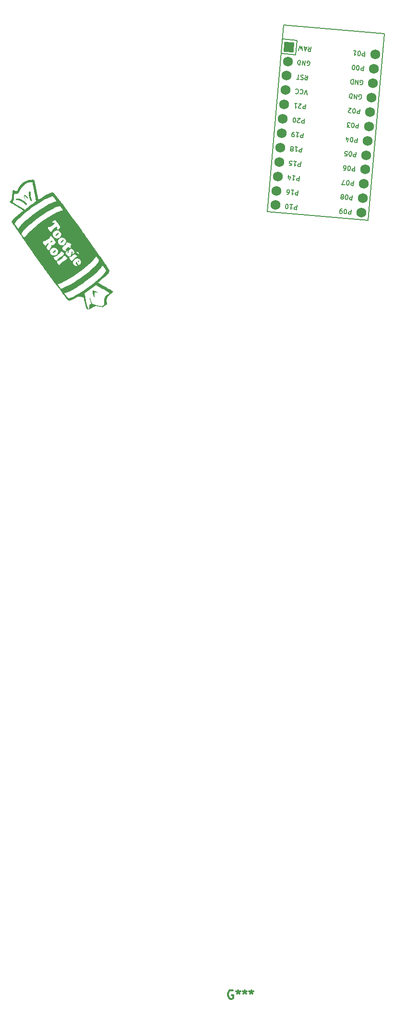
<source format=gbr>
%TF.GenerationSoftware,KiCad,Pcbnew,(6.0.4)*%
%TF.CreationDate,2022-04-14T15:36:21+01:00*%
%TF.ProjectId,axo,61786f2e-6b69-4636-9164-5f7063625858,VERSION_HERE*%
%TF.SameCoordinates,Original*%
%TF.FileFunction,Legend,Top*%
%TF.FilePolarity,Positive*%
%FSLAX46Y46*%
G04 Gerber Fmt 4.6, Leading zero omitted, Abs format (unit mm)*
G04 Created by KiCad (PCBNEW (6.0.4)) date 2022-04-14 15:36:21*
%MOMM*%
%LPD*%
G01*
G04 APERTURE LIST*
G04 Aperture macros list*
%AMRotRect*
0 Rectangle, with rotation*
0 The origin of the aperture is its center*
0 $1 length*
0 $2 width*
0 $3 Rotation angle, in degrees counterclockwise*
0 Add horizontal line*
21,1,$1,$2,0,0,$3*%
G04 Aperture macros list end*
%ADD10C,0.300000*%
%ADD11C,0.150000*%
%ADD12RotRect,1.752600X1.752600X265.000000*%
%ADD13C,1.752600*%
G04 APERTURE END LIST*
D10*
%TO.C,G\u002A\u002A\u002A*%
X229797428Y-274828000D02*
X229652285Y-274755428D01*
X229434571Y-274755428D01*
X229216857Y-274828000D01*
X229071714Y-274973142D01*
X228999142Y-275118285D01*
X228926571Y-275408571D01*
X228926571Y-275626285D01*
X228999142Y-275916571D01*
X229071714Y-276061714D01*
X229216857Y-276206857D01*
X229434571Y-276279428D01*
X229579714Y-276279428D01*
X229797428Y-276206857D01*
X229870000Y-276134285D01*
X229870000Y-275626285D01*
X229579714Y-275626285D01*
X230740857Y-274755428D02*
X230740857Y-275118285D01*
X230378000Y-274973142D02*
X230740857Y-275118285D01*
X231103714Y-274973142D01*
X230523142Y-275408571D02*
X230740857Y-275118285D01*
X230958571Y-275408571D01*
X231902000Y-274755428D02*
X231902000Y-275118285D01*
X231539142Y-274973142D02*
X231902000Y-275118285D01*
X232264857Y-274973142D01*
X231684285Y-275408571D02*
X231902000Y-275118285D01*
X232119714Y-275408571D01*
X233063142Y-274755428D02*
X233063142Y-275118285D01*
X232700285Y-274973142D02*
X233063142Y-275118285D01*
X233426000Y-274973142D01*
X232845428Y-275408571D02*
X233063142Y-275118285D01*
X233280857Y-275408571D01*
D11*
%TO.C,C1*%
X241761949Y-128953120D02*
X241692224Y-129750076D01*
X241388622Y-129723514D01*
X241316041Y-129678924D01*
X241281411Y-129637653D01*
X241250102Y-129558433D01*
X241260062Y-129444582D01*
X241304653Y-129372001D01*
X241345923Y-129337371D01*
X241425144Y-129306061D01*
X241728746Y-129332623D01*
X240547540Y-128846873D02*
X241002943Y-128886716D01*
X240775241Y-128866795D02*
X240705517Y-129663751D01*
X240791378Y-129556540D01*
X240873919Y-129487280D01*
X240953140Y-129455970D01*
X239756760Y-129580745D02*
X240136263Y-129613947D01*
X240207415Y-129237765D01*
X240166145Y-129272395D01*
X240086924Y-129303705D01*
X239897173Y-129287104D01*
X239824592Y-129242513D01*
X239789962Y-129201242D01*
X239758652Y-129122022D01*
X239775253Y-128932270D01*
X239819844Y-128859690D01*
X239861115Y-128825060D01*
X239940335Y-128793750D01*
X240130087Y-128810351D01*
X240202667Y-128854942D01*
X240237297Y-128896212D01*
X251546794Y-127259480D02*
X251477069Y-128056436D01*
X251173467Y-128029874D01*
X251100886Y-127985284D01*
X251066256Y-127944013D01*
X251034947Y-127864793D01*
X251044907Y-127750942D01*
X251089498Y-127678361D01*
X251130768Y-127643731D01*
X251209989Y-127612421D01*
X251513591Y-127638983D01*
X250528312Y-127973431D02*
X250452412Y-127966790D01*
X250379831Y-127922200D01*
X250345201Y-127880929D01*
X250313891Y-127801708D01*
X250289222Y-127646587D01*
X250305823Y-127456836D01*
X250357054Y-127308355D01*
X250401645Y-127235774D01*
X250442915Y-127201144D01*
X250522136Y-127169835D01*
X250598037Y-127176475D01*
X250670617Y-127221066D01*
X250705247Y-127262336D01*
X250736557Y-127341557D01*
X250761226Y-127496678D01*
X250744625Y-127686430D01*
X250693394Y-127834911D01*
X250648803Y-127907491D01*
X250607533Y-127942121D01*
X250528312Y-127973431D01*
X249541605Y-127887105D02*
X249921108Y-127920307D01*
X249992260Y-127544125D01*
X249950990Y-127578755D01*
X249871769Y-127610065D01*
X249682018Y-127593464D01*
X249609437Y-127548873D01*
X249574807Y-127507602D01*
X249543497Y-127428382D01*
X249560098Y-127238630D01*
X249604689Y-127166050D01*
X249645960Y-127131420D01*
X249725180Y-127100110D01*
X249914932Y-127116711D01*
X249987512Y-127161302D01*
X250022142Y-127202572D01*
X252226740Y-115335272D02*
X252299320Y-115379863D01*
X252413171Y-115389823D01*
X252530342Y-115361834D01*
X252612883Y-115292574D01*
X252657473Y-115219993D01*
X252708705Y-115071512D01*
X252718665Y-114957661D01*
X252693996Y-114802540D01*
X252662686Y-114723319D01*
X252593426Y-114640778D01*
X252482895Y-114592867D01*
X252406995Y-114586227D01*
X252289824Y-114614217D01*
X252248553Y-114648847D01*
X252225312Y-114914499D01*
X252377113Y-114927780D01*
X251913641Y-114543064D02*
X251843917Y-115340020D01*
X251458238Y-114503222D01*
X251388513Y-115300177D01*
X251078735Y-114470019D02*
X251009011Y-115266975D01*
X250819259Y-115250374D01*
X250708729Y-115202463D01*
X250639469Y-115119922D01*
X250608159Y-115040701D01*
X250583489Y-114885580D01*
X250593450Y-114771729D01*
X250644681Y-114623248D01*
X250689272Y-114550668D01*
X250771813Y-114481408D01*
X250888984Y-114453418D01*
X251078735Y-114470019D01*
X243115501Y-108673922D02*
X243347950Y-109076666D01*
X243570904Y-108713765D02*
X243501179Y-109510720D01*
X243197577Y-109484159D01*
X243124997Y-109439568D01*
X243090367Y-109398297D01*
X243059057Y-109319077D01*
X243069017Y-109205226D01*
X243113608Y-109132646D01*
X243154879Y-109098016D01*
X243234099Y-109066706D01*
X243537702Y-109093267D01*
X242791977Y-108875062D02*
X242412474Y-108841860D01*
X242887799Y-108654001D02*
X242552422Y-109427715D01*
X242356495Y-108607518D01*
X242097019Y-109387872D02*
X241976992Y-108574316D01*
X241775388Y-109130289D01*
X241673390Y-108547754D01*
X241413914Y-109328108D01*
X241983325Y-126422785D02*
X241913600Y-127219741D01*
X241609998Y-127193179D01*
X241537417Y-127148589D01*
X241502787Y-127107318D01*
X241471478Y-127028098D01*
X241481438Y-126914247D01*
X241526029Y-126841666D01*
X241567299Y-126807036D01*
X241646520Y-126775726D01*
X241950122Y-126802288D01*
X240768916Y-126316538D02*
X241224319Y-126356381D01*
X240996617Y-126336460D02*
X240926893Y-127133416D01*
X241012754Y-127026205D01*
X241095295Y-126956945D01*
X241174516Y-126925635D01*
X240273670Y-126732099D02*
X240346250Y-126776690D01*
X240380880Y-126817960D01*
X240412190Y-126897181D01*
X240408870Y-126935131D01*
X240364279Y-127007712D01*
X240323009Y-127042342D01*
X240243788Y-127073652D01*
X240091987Y-127060371D01*
X240019406Y-127015780D01*
X239984776Y-126974510D01*
X239953467Y-126895289D01*
X239956787Y-126857338D01*
X240001378Y-126784758D01*
X240042648Y-126750128D01*
X240121869Y-126718818D01*
X240273670Y-126732099D01*
X240352891Y-126700789D01*
X240394161Y-126666159D01*
X240438752Y-126593579D01*
X240452033Y-126441778D01*
X240420723Y-126362557D01*
X240386093Y-126321287D01*
X240313513Y-126276696D01*
X240161711Y-126263415D01*
X240082491Y-126294725D01*
X240041220Y-126329355D01*
X239996629Y-126401935D01*
X239983349Y-126553736D01*
X240014658Y-126632957D01*
X240049288Y-126674228D01*
X240121869Y-126718818D01*
X242884647Y-111968242D02*
X242957227Y-112012833D01*
X243071078Y-112022793D01*
X243188249Y-111994804D01*
X243270790Y-111925544D01*
X243315380Y-111852963D01*
X243366612Y-111704482D01*
X243376572Y-111590631D01*
X243351903Y-111435510D01*
X243320593Y-111356289D01*
X243251333Y-111273748D01*
X243140802Y-111225837D01*
X243064902Y-111219197D01*
X242947731Y-111247187D01*
X242906460Y-111281817D01*
X242883219Y-111547469D01*
X243035020Y-111560750D01*
X242571548Y-111176034D02*
X242501824Y-111972990D01*
X242116145Y-111136192D01*
X242046420Y-111933147D01*
X241736642Y-111102989D02*
X241666918Y-111899945D01*
X241477166Y-111883344D01*
X241366636Y-111835433D01*
X241297376Y-111752892D01*
X241266066Y-111673671D01*
X241241396Y-111518550D01*
X241251357Y-111404699D01*
X241302588Y-111256218D01*
X241347179Y-111183638D01*
X241429720Y-111114378D01*
X241546891Y-111086388D01*
X241736642Y-111102989D01*
X252005365Y-117865606D02*
X252077945Y-117910197D01*
X252191796Y-117920157D01*
X252308967Y-117892168D01*
X252391508Y-117822908D01*
X252436098Y-117750327D01*
X252487330Y-117601846D01*
X252497290Y-117487995D01*
X252472621Y-117332874D01*
X252441311Y-117253653D01*
X252372051Y-117171112D01*
X252261520Y-117123201D01*
X252185620Y-117116561D01*
X252068449Y-117144551D01*
X252027178Y-117179181D01*
X252003937Y-117444833D01*
X252155738Y-117458114D01*
X251692266Y-117073398D02*
X251622542Y-117870354D01*
X251236863Y-117033556D01*
X251167138Y-117830511D01*
X250857360Y-117000353D02*
X250787636Y-117797309D01*
X250597884Y-117780708D01*
X250487354Y-117732797D01*
X250418094Y-117650256D01*
X250386784Y-117571035D01*
X250362114Y-117415914D01*
X250372075Y-117302063D01*
X250423306Y-117153582D01*
X250467897Y-117081002D01*
X250550438Y-117011742D01*
X250667609Y-116983752D01*
X250857360Y-117000353D01*
X252210921Y-119668477D02*
X252141196Y-120465433D01*
X251837594Y-120438871D01*
X251765013Y-120394281D01*
X251730383Y-120353010D01*
X251699074Y-120273790D01*
X251709034Y-120159939D01*
X251753625Y-120087358D01*
X251794895Y-120052728D01*
X251874116Y-120021418D01*
X252177718Y-120047980D01*
X251192439Y-120382428D02*
X251116539Y-120375787D01*
X251043958Y-120331197D01*
X251009328Y-120289926D01*
X250978018Y-120210705D01*
X250953349Y-120055584D01*
X250969950Y-119865833D01*
X251021181Y-119717352D01*
X251065772Y-119644771D01*
X251107042Y-119610141D01*
X251186263Y-119578832D01*
X251262164Y-119585472D01*
X251334744Y-119630063D01*
X251369374Y-119671333D01*
X251400684Y-119750554D01*
X251425353Y-119905675D01*
X251408752Y-120095427D01*
X251357521Y-120243908D01*
X251312930Y-120316488D01*
X251271660Y-120351118D01*
X251192439Y-120382428D01*
X250629825Y-120256724D02*
X250588555Y-120291354D01*
X250509334Y-120322664D01*
X250319583Y-120306063D01*
X250247002Y-120261472D01*
X250212372Y-120220202D01*
X250181063Y-120140981D01*
X250187703Y-120065080D01*
X250235614Y-119954550D01*
X250730860Y-119538989D01*
X250237506Y-119495826D01*
X241097823Y-136544123D02*
X241028098Y-137341079D01*
X240724496Y-137314517D01*
X240651915Y-137269927D01*
X240617285Y-137228656D01*
X240585976Y-137149436D01*
X240595936Y-137035585D01*
X240640527Y-136963004D01*
X240681797Y-136928374D01*
X240761018Y-136897064D01*
X241064620Y-136923626D01*
X239883414Y-136437876D02*
X240338817Y-136477719D01*
X240111115Y-136457798D02*
X240041391Y-137254754D01*
X240127252Y-137147543D01*
X240209793Y-137078283D01*
X240289014Y-137046973D01*
X239320336Y-137191669D02*
X239244435Y-137185029D01*
X239171855Y-137140438D01*
X239137225Y-137099168D01*
X239105915Y-137019947D01*
X239081245Y-136864826D01*
X239097847Y-136675074D01*
X239149078Y-136526593D01*
X239193668Y-136454013D01*
X239234939Y-136419383D01*
X239314160Y-136388073D01*
X239390060Y-136394714D01*
X239462641Y-136439304D01*
X239497271Y-136480575D01*
X239528580Y-136559796D01*
X239553250Y-136714917D01*
X239536649Y-136904668D01*
X239485418Y-137053149D01*
X239440827Y-137125729D01*
X239399556Y-137160360D01*
X239320336Y-137191669D01*
X253096423Y-109547139D02*
X253026698Y-110344095D01*
X252723096Y-110317533D01*
X252650515Y-110272943D01*
X252615885Y-110231672D01*
X252584576Y-110152452D01*
X252594536Y-110038601D01*
X252639127Y-109966020D01*
X252680397Y-109931390D01*
X252759618Y-109900080D01*
X253063220Y-109926642D01*
X252077941Y-110261090D02*
X252002041Y-110254449D01*
X251929460Y-110209859D01*
X251894830Y-110168588D01*
X251863520Y-110089367D01*
X251838851Y-109934246D01*
X251855452Y-109744495D01*
X251906683Y-109596014D01*
X251951274Y-109523433D01*
X251992544Y-109488803D01*
X252071765Y-109457494D01*
X252147666Y-109464134D01*
X252220246Y-109508725D01*
X252254876Y-109549995D01*
X252286186Y-109629216D01*
X252310855Y-109784337D01*
X252294254Y-109974089D01*
X252243023Y-110122570D01*
X252198432Y-110195150D01*
X252157162Y-110229780D01*
X252077941Y-110261090D01*
X251123008Y-109374488D02*
X251578412Y-109414331D01*
X251350710Y-109394409D02*
X251280985Y-110191365D01*
X251366847Y-110084155D01*
X251449388Y-110014895D01*
X251528608Y-109983585D01*
X242558899Y-113724630D02*
X242791348Y-114127375D01*
X243014302Y-113764473D02*
X242944577Y-114561429D01*
X242640975Y-114534867D01*
X242568395Y-114490276D01*
X242533765Y-114449006D01*
X242502455Y-114369785D01*
X242512416Y-114255934D01*
X242557006Y-114183354D01*
X242598277Y-114148724D01*
X242677498Y-114117414D01*
X242981100Y-114143976D01*
X242251976Y-113736019D02*
X242141446Y-113688108D01*
X241951694Y-113671507D01*
X241872474Y-113702817D01*
X241831203Y-113737447D01*
X241786612Y-113810027D01*
X241779972Y-113885928D01*
X241811282Y-113965148D01*
X241845912Y-114006419D01*
X241918492Y-114051010D01*
X242066973Y-114102241D01*
X242139553Y-114146832D01*
X242174183Y-114188102D01*
X242205493Y-114267323D01*
X242198853Y-114343223D01*
X242154262Y-114415804D01*
X242112992Y-114450434D01*
X242033771Y-114481744D01*
X241844019Y-114465142D01*
X241733489Y-114417232D01*
X241502467Y-114435260D02*
X241047064Y-114395418D01*
X241344490Y-113618383D02*
X241274765Y-114415339D01*
X250661292Y-137380818D02*
X250591567Y-138177774D01*
X250287965Y-138151212D01*
X250215384Y-138106622D01*
X250180754Y-138065351D01*
X250149445Y-137986131D01*
X250159405Y-137872280D01*
X250203996Y-137799699D01*
X250245266Y-137765069D01*
X250324487Y-137733759D01*
X250628089Y-137760321D01*
X249642810Y-138094769D02*
X249566910Y-138088128D01*
X249494329Y-138043538D01*
X249459699Y-138002267D01*
X249428389Y-137923046D01*
X249403720Y-137767925D01*
X249420321Y-137578174D01*
X249471552Y-137429693D01*
X249516143Y-137357112D01*
X249557413Y-137322482D01*
X249636634Y-137291173D01*
X249712535Y-137297813D01*
X249785115Y-137342404D01*
X249819745Y-137383674D01*
X249851055Y-137462895D01*
X249875724Y-137618016D01*
X249859123Y-137807768D01*
X249807892Y-137956249D01*
X249763301Y-138028829D01*
X249722031Y-138063459D01*
X249642810Y-138094769D01*
X249067380Y-137241369D02*
X248915579Y-137228088D01*
X248836358Y-137259398D01*
X248795088Y-137294028D01*
X248709226Y-137401239D01*
X248657995Y-137549720D01*
X248631434Y-137853322D01*
X248662743Y-137932543D01*
X248697373Y-137973813D01*
X248769954Y-138018404D01*
X248921755Y-138031685D01*
X249000976Y-138000375D01*
X249042246Y-137965745D01*
X249086837Y-137893164D01*
X249103438Y-137703413D01*
X249072128Y-137624192D01*
X249037498Y-137582922D01*
X248964918Y-137538331D01*
X248813117Y-137525050D01*
X248733896Y-137556360D01*
X248692625Y-137590990D01*
X248648035Y-137663570D01*
X251104043Y-132320149D02*
X251034318Y-133117105D01*
X250730716Y-133090543D01*
X250658135Y-133045953D01*
X250623505Y-133004682D01*
X250592196Y-132925462D01*
X250602156Y-132811611D01*
X250646747Y-132739030D01*
X250688017Y-132704400D01*
X250767238Y-132673090D01*
X251070840Y-132699652D01*
X250085561Y-133034100D02*
X250009661Y-133027459D01*
X249937080Y-132982869D01*
X249902450Y-132941598D01*
X249871140Y-132862377D01*
X249846471Y-132707256D01*
X249863072Y-132517505D01*
X249914303Y-132369024D01*
X249958894Y-132296443D01*
X250000164Y-132261813D01*
X250079385Y-132230504D01*
X250155286Y-132237144D01*
X250227866Y-132281735D01*
X250262496Y-132323005D01*
X250293806Y-132402226D01*
X250318475Y-132557347D01*
X250301874Y-132747099D01*
X250250643Y-132895580D01*
X250206052Y-132968160D01*
X250164782Y-133002790D01*
X250085561Y-133034100D01*
X249554257Y-132987617D02*
X249022953Y-132941134D01*
X249434231Y-132174060D01*
X242426076Y-121362116D02*
X242356351Y-122159072D01*
X242052749Y-122132510D01*
X241980168Y-122087920D01*
X241945538Y-122046649D01*
X241914229Y-121967429D01*
X241924189Y-121853578D01*
X241968780Y-121780997D01*
X242010050Y-121746367D01*
X242089271Y-121715057D01*
X242392873Y-121741619D01*
X241603986Y-122016767D02*
X241562715Y-122051397D01*
X241483495Y-122082707D01*
X241293743Y-122066106D01*
X241221163Y-122021515D01*
X241186533Y-121980245D01*
X241155223Y-121901024D01*
X241161864Y-121825124D01*
X241209774Y-121714593D01*
X241705020Y-121299032D01*
X241211667Y-121255869D01*
X240648589Y-122009662D02*
X240572688Y-122003022D01*
X240500108Y-121958431D01*
X240465478Y-121917161D01*
X240434168Y-121837940D01*
X240409498Y-121682819D01*
X240426100Y-121493067D01*
X240477331Y-121344586D01*
X240521921Y-121272006D01*
X240563192Y-121237376D01*
X240642413Y-121206066D01*
X240718313Y-121212707D01*
X240790894Y-121257297D01*
X240825524Y-121298568D01*
X240856833Y-121377789D01*
X240881503Y-121532910D01*
X240864902Y-121722661D01*
X240813671Y-121871142D01*
X240769080Y-121943722D01*
X240727809Y-121978353D01*
X240648589Y-122009662D01*
X251768170Y-124729146D02*
X251698445Y-125526102D01*
X251394843Y-125499540D01*
X251322262Y-125454950D01*
X251287632Y-125413679D01*
X251256323Y-125334459D01*
X251266283Y-125220608D01*
X251310874Y-125148027D01*
X251352144Y-125113397D01*
X251431365Y-125082087D01*
X251734967Y-125108649D01*
X250749688Y-125443097D02*
X250673788Y-125436456D01*
X250601207Y-125391866D01*
X250566577Y-125350595D01*
X250535267Y-125271374D01*
X250510598Y-125116253D01*
X250527199Y-124926502D01*
X250578430Y-124778021D01*
X250623021Y-124705440D01*
X250664291Y-124670810D01*
X250743512Y-124639501D01*
X250819413Y-124646141D01*
X250891993Y-124690732D01*
X250926623Y-124732002D01*
X250957933Y-124811223D01*
X250982602Y-124966344D01*
X250966001Y-125156096D01*
X250914770Y-125304577D01*
X250870179Y-125377157D01*
X250828909Y-125411787D01*
X250749688Y-125443097D01*
X249824173Y-125094439D02*
X249870656Y-124563136D01*
X249987362Y-125414643D02*
X250226917Y-124861990D01*
X249733564Y-124818827D01*
X242893978Y-117106704D02*
X242698050Y-116286506D01*
X242362674Y-117060221D01*
X241704703Y-116276081D02*
X241745973Y-116241451D01*
X241863144Y-116213462D01*
X241939045Y-116220102D01*
X242049575Y-116268013D01*
X242118836Y-116350554D01*
X242150145Y-116429775D01*
X242174815Y-116584896D01*
X242164854Y-116698747D01*
X242113623Y-116847228D01*
X242069032Y-116919808D01*
X241986491Y-116989068D01*
X241869320Y-117017058D01*
X241793420Y-117010417D01*
X241682889Y-116962507D01*
X241648259Y-116921236D01*
X240907747Y-116206357D02*
X240949018Y-116171727D01*
X241066189Y-116143737D01*
X241142089Y-116150378D01*
X241252620Y-116198288D01*
X241321880Y-116280829D01*
X241353190Y-116360050D01*
X241377859Y-116515172D01*
X241367898Y-116629022D01*
X241316667Y-116777503D01*
X241272077Y-116850084D01*
X241189536Y-116919344D01*
X241072364Y-116947333D01*
X240996464Y-116940693D01*
X240885933Y-116892782D01*
X240851303Y-116851511D01*
X241319198Y-134013789D02*
X241249473Y-134810745D01*
X240945871Y-134784183D01*
X240873290Y-134739593D01*
X240838660Y-134698322D01*
X240807351Y-134619102D01*
X240817311Y-134505251D01*
X240861902Y-134432670D01*
X240903172Y-134398040D01*
X240982393Y-134366730D01*
X241285995Y-134393292D01*
X240104789Y-133907542D02*
X240560192Y-133947385D01*
X240332490Y-133927464D02*
X240262766Y-134724420D01*
X240348627Y-134617209D01*
X240431168Y-134547949D01*
X240510389Y-134516639D01*
X239351959Y-134644734D02*
X239503760Y-134658015D01*
X239582981Y-134626705D01*
X239624252Y-134592075D01*
X239710113Y-134484865D01*
X239761344Y-134336384D01*
X239787906Y-134032782D01*
X239756596Y-133953561D01*
X239721966Y-133912291D01*
X239649386Y-133867700D01*
X239497584Y-133854419D01*
X239418364Y-133885729D01*
X239377093Y-133920359D01*
X239332502Y-133992939D01*
X239315901Y-134182691D01*
X239347211Y-134261911D01*
X239381841Y-134303182D01*
X239454422Y-134347773D01*
X239606223Y-134361053D01*
X239685443Y-134329744D01*
X239726714Y-134295114D01*
X239771305Y-134222533D01*
X242647452Y-118831782D02*
X242577727Y-119628738D01*
X242274125Y-119602176D01*
X242201544Y-119557586D01*
X242166914Y-119516315D01*
X242135605Y-119437095D01*
X242145565Y-119323244D01*
X242190156Y-119250663D01*
X242231426Y-119216033D01*
X242310647Y-119184723D01*
X242614249Y-119211285D01*
X241825362Y-119486433D02*
X241784091Y-119521063D01*
X241704871Y-119552373D01*
X241515119Y-119535772D01*
X241442539Y-119491181D01*
X241407909Y-119449911D01*
X241376599Y-119370690D01*
X241383240Y-119294790D01*
X241431150Y-119184259D01*
X241926396Y-118768698D01*
X241433043Y-118725535D01*
X240674037Y-118659131D02*
X241129441Y-118698974D01*
X240901739Y-118679052D02*
X240832014Y-119476008D01*
X240917876Y-119368798D01*
X241000417Y-119299538D01*
X241079637Y-119268228D01*
X242204701Y-123892451D02*
X242134976Y-124689407D01*
X241831374Y-124662845D01*
X241758793Y-124618255D01*
X241724163Y-124576984D01*
X241692854Y-124497764D01*
X241702814Y-124383913D01*
X241747405Y-124311332D01*
X241788675Y-124276702D01*
X241867896Y-124245392D01*
X242171498Y-124271954D01*
X240990292Y-123786204D02*
X241445695Y-123826047D01*
X241217993Y-123806126D02*
X241148269Y-124603082D01*
X241234130Y-124495871D01*
X241316671Y-124426611D01*
X241395892Y-124395301D01*
X240610789Y-123753002D02*
X240458988Y-123739721D01*
X240379767Y-123771031D01*
X240338497Y-123805661D01*
X240252635Y-123912872D01*
X240201404Y-124061353D01*
X240174843Y-124364955D01*
X240206152Y-124444176D01*
X240240782Y-124485446D01*
X240313363Y-124530037D01*
X240465164Y-124543318D01*
X240544385Y-124512008D01*
X240585655Y-124477378D01*
X240630246Y-124404797D01*
X240646847Y-124215046D01*
X240615537Y-124135825D01*
X240580907Y-124094555D01*
X240508327Y-124049964D01*
X240356526Y-124036683D01*
X240277305Y-124067993D01*
X240236034Y-124102623D01*
X240191444Y-124175203D01*
X251989545Y-122198811D02*
X251919820Y-122995767D01*
X251616218Y-122969205D01*
X251543637Y-122924615D01*
X251509007Y-122883344D01*
X251477698Y-122804124D01*
X251487658Y-122690273D01*
X251532249Y-122617692D01*
X251573519Y-122583062D01*
X251652740Y-122551752D01*
X251956342Y-122578314D01*
X250971063Y-122912762D02*
X250895163Y-122906121D01*
X250822582Y-122861531D01*
X250787952Y-122820260D01*
X250756642Y-122741039D01*
X250731973Y-122585918D01*
X250748574Y-122396167D01*
X250799805Y-122247686D01*
X250844396Y-122175105D01*
X250885666Y-122140475D01*
X250964887Y-122109166D01*
X251040788Y-122115806D01*
X251113368Y-122160397D01*
X251147998Y-122201667D01*
X251179308Y-122280888D01*
X251203977Y-122436009D01*
X251187376Y-122625761D01*
X251136145Y-122774242D01*
X251091554Y-122846822D01*
X251050284Y-122881452D01*
X250971063Y-122912762D01*
X250439759Y-122866279D02*
X249946406Y-122823116D01*
X250238619Y-122542755D01*
X250124769Y-122532795D01*
X250052188Y-122488204D01*
X250017558Y-122446933D01*
X249986248Y-122367713D01*
X250002849Y-122177961D01*
X250047440Y-122105381D01*
X250088711Y-122070751D01*
X250167931Y-122039441D01*
X250395633Y-122059362D01*
X250468213Y-122103953D01*
X250502843Y-122145223D01*
X251325419Y-129789815D02*
X251255694Y-130586771D01*
X250952092Y-130560209D01*
X250879511Y-130515619D01*
X250844881Y-130474348D01*
X250813572Y-130395128D01*
X250823532Y-130281277D01*
X250868123Y-130208696D01*
X250909393Y-130174066D01*
X250988614Y-130142756D01*
X251292216Y-130169318D01*
X250306937Y-130503766D02*
X250231037Y-130497125D01*
X250158456Y-130452535D01*
X250123826Y-130411264D01*
X250092516Y-130332043D01*
X250067847Y-130176922D01*
X250084448Y-129987171D01*
X250135679Y-129838690D01*
X250180270Y-129766109D01*
X250221540Y-129731479D01*
X250300761Y-129700170D01*
X250376662Y-129706810D01*
X250449242Y-129751401D01*
X250483872Y-129792671D01*
X250515182Y-129871892D01*
X250539851Y-130027013D01*
X250523250Y-130216765D01*
X250472019Y-130365246D01*
X250427428Y-130437826D01*
X250386158Y-130472456D01*
X250306937Y-130503766D01*
X249358180Y-130420760D02*
X249509981Y-130434041D01*
X249589202Y-130402731D01*
X249630473Y-130368101D01*
X249716334Y-130260891D01*
X249767565Y-130112410D01*
X249794127Y-129808808D01*
X249762817Y-129729587D01*
X249728187Y-129688317D01*
X249655607Y-129643726D01*
X249503805Y-129630445D01*
X249424585Y-129661755D01*
X249383314Y-129696385D01*
X249338723Y-129768965D01*
X249322122Y-129958717D01*
X249353432Y-130037937D01*
X249388062Y-130079208D01*
X249460643Y-130123799D01*
X249612444Y-130137079D01*
X249691664Y-130105770D01*
X249732935Y-130071140D01*
X249777526Y-129998559D01*
X241540574Y-131483454D02*
X241470849Y-132280410D01*
X241167247Y-132253848D01*
X241094666Y-132209258D01*
X241060036Y-132167987D01*
X241028727Y-132088767D01*
X241038687Y-131974916D01*
X241083278Y-131902335D01*
X241124548Y-131867705D01*
X241203769Y-131836395D01*
X241507371Y-131862957D01*
X240326165Y-131377207D02*
X240781568Y-131417050D01*
X240553866Y-131397129D02*
X240484142Y-132194085D01*
X240570003Y-132086874D01*
X240652544Y-132017614D01*
X240731765Y-131986304D01*
X239596577Y-131848747D02*
X239643060Y-131317444D01*
X239759766Y-132168951D02*
X239999321Y-131616298D01*
X239505968Y-131573135D01*
X252875048Y-112077473D02*
X252805323Y-112874429D01*
X252501721Y-112847867D01*
X252429140Y-112803277D01*
X252394510Y-112762006D01*
X252363201Y-112682786D01*
X252373161Y-112568935D01*
X252417752Y-112496354D01*
X252459022Y-112461724D01*
X252538243Y-112430414D01*
X252841845Y-112456976D01*
X251856566Y-112791424D02*
X251780666Y-112784783D01*
X251708085Y-112740193D01*
X251673455Y-112698922D01*
X251642145Y-112619701D01*
X251617476Y-112464580D01*
X251634077Y-112274829D01*
X251685308Y-112126348D01*
X251729899Y-112053767D01*
X251771169Y-112019137D01*
X251850390Y-111987828D01*
X251926291Y-111994468D01*
X251998871Y-112039059D01*
X252033501Y-112080329D01*
X252064811Y-112159550D01*
X252089480Y-112314671D01*
X252072879Y-112504423D01*
X252021648Y-112652904D01*
X251977057Y-112725484D01*
X251935787Y-112760114D01*
X251856566Y-112791424D01*
X251097561Y-112725019D02*
X251021660Y-112718379D01*
X250949080Y-112673788D01*
X250914450Y-112632518D01*
X250883140Y-112553297D01*
X250858470Y-112398176D01*
X250875072Y-112208424D01*
X250926303Y-112059943D01*
X250970893Y-111987363D01*
X251012164Y-111952733D01*
X251091385Y-111921423D01*
X251167285Y-111928064D01*
X251239866Y-111972654D01*
X251274496Y-112013925D01*
X251305805Y-112093146D01*
X251330475Y-112248267D01*
X251313874Y-112438018D01*
X251262643Y-112586499D01*
X251218052Y-112659079D01*
X251176781Y-112693710D01*
X251097561Y-112725019D01*
X250882667Y-134850484D02*
X250812942Y-135647440D01*
X250509340Y-135620878D01*
X250436759Y-135576288D01*
X250402129Y-135535017D01*
X250370820Y-135455797D01*
X250380780Y-135341946D01*
X250425371Y-135269365D01*
X250466641Y-135234735D01*
X250545862Y-135203425D01*
X250849464Y-135229987D01*
X249864185Y-135564435D02*
X249788285Y-135557794D01*
X249715704Y-135513204D01*
X249681074Y-135471933D01*
X249649764Y-135392712D01*
X249625095Y-135237591D01*
X249641696Y-135047840D01*
X249692927Y-134899359D01*
X249737518Y-134826778D01*
X249778788Y-134792148D01*
X249858009Y-134760839D01*
X249933910Y-134767479D01*
X250006490Y-134812070D01*
X250041120Y-134853340D01*
X250072430Y-134932561D01*
X250097099Y-135087682D01*
X250080498Y-135277434D01*
X250029267Y-135425915D01*
X249984676Y-135498495D01*
X249943406Y-135533125D01*
X249864185Y-135564435D01*
X249173012Y-135159798D02*
X249245592Y-135204389D01*
X249280222Y-135245659D01*
X249311532Y-135324880D01*
X249308212Y-135362830D01*
X249263621Y-135435411D01*
X249222351Y-135470041D01*
X249143130Y-135501351D01*
X248991329Y-135488070D01*
X248918748Y-135443479D01*
X248884118Y-135402209D01*
X248852809Y-135322988D01*
X248856129Y-135285037D01*
X248900720Y-135212457D01*
X248941990Y-135177827D01*
X249021211Y-135146517D01*
X249173012Y-135159798D01*
X249252233Y-135128488D01*
X249293503Y-135093858D01*
X249338094Y-135021278D01*
X249351375Y-134869477D01*
X249320065Y-134790256D01*
X249285435Y-134748986D01*
X249212855Y-134704395D01*
X249061053Y-134691114D01*
X248981833Y-134722424D01*
X248940562Y-134757054D01*
X248895971Y-134829634D01*
X248882691Y-134981435D01*
X248914000Y-135060656D01*
X248948630Y-135101927D01*
X249021211Y-135146517D01*
%TO.C,G\u002A\u002A\u002A*%
G36*
X194022678Y-134131685D02*
G01*
X194066626Y-134187896D01*
X194096492Y-134313131D01*
X194120257Y-134533202D01*
X194132344Y-134686842D01*
X194165568Y-134986308D01*
X194215388Y-135267138D01*
X194272202Y-135477454D01*
X194284465Y-135508600D01*
X194344509Y-135681726D01*
X194360865Y-135805464D01*
X194354853Y-135826100D01*
X194259032Y-135891569D01*
X194144604Y-135844228D01*
X194037640Y-135697220D01*
X194019429Y-135656994D01*
X193884776Y-135234398D01*
X193810076Y-134784232D01*
X193802714Y-134443534D01*
X193823889Y-134245119D01*
X193864705Y-134147807D01*
X193940571Y-134119087D01*
X193956666Y-134118684D01*
X194022678Y-134131685D01*
G37*
G36*
X193312173Y-134811942D02*
G01*
X193478986Y-134973180D01*
X193639370Y-135236281D01*
X193746740Y-135488947D01*
X193856921Y-135789737D01*
X193673460Y-135556677D01*
X193435838Y-135275614D01*
X193249945Y-135096548D01*
X193122048Y-135019459D01*
X193058419Y-135044329D01*
X193065324Y-135171139D01*
X193149035Y-135399871D01*
X193224456Y-135558012D01*
X193306155Y-135737694D01*
X193343518Y-135858250D01*
X193335357Y-135890000D01*
X193277235Y-135835102D01*
X193184781Y-135692795D01*
X193100901Y-135538120D01*
X192971656Y-135241879D01*
X192928541Y-135027267D01*
X192969032Y-134876060D01*
X193003333Y-134833895D01*
X193149949Y-134762278D01*
X193312173Y-134811942D01*
G37*
G36*
X191941273Y-135409091D02*
G01*
X192208759Y-135474352D01*
X192504342Y-135590726D01*
X192806432Y-135753854D01*
X192954548Y-135852574D01*
X193225178Y-136051971D01*
X193396640Y-136196406D01*
X193482523Y-136302266D01*
X193496412Y-136385937D01*
X193456666Y-136458158D01*
X193379960Y-136534258D01*
X193305982Y-136541749D01*
X193203520Y-136470062D01*
X193054163Y-136321884D01*
X192810604Y-136117287D01*
X192508595Y-135931335D01*
X192191587Y-135785584D01*
X191903031Y-135701590D01*
X191779351Y-135689474D01*
X191607847Y-135676426D01*
X191534421Y-135626248D01*
X191523333Y-135563585D01*
X191576968Y-135449348D01*
X191723479Y-135399303D01*
X191941273Y-135409091D01*
G37*
G36*
X199051794Y-141479476D02*
G01*
X199038536Y-141586738D01*
X198945964Y-141733454D01*
X198841809Y-141842715D01*
X198670910Y-141986096D01*
X198571397Y-142031115D01*
X198528353Y-141981312D01*
X198523333Y-141918295D01*
X198570966Y-141795664D01*
X198686188Y-141645967D01*
X198827486Y-141513166D01*
X198953346Y-141441222D01*
X198976981Y-141437895D01*
X199051794Y-141479476D01*
G37*
G36*
X199945212Y-142681941D02*
G01*
X199929645Y-142794546D01*
X199819158Y-142963776D01*
X199784561Y-143004682D01*
X199617282Y-143166016D01*
X199485127Y-143237016D01*
X199405447Y-143211603D01*
X199390000Y-143142950D01*
X199435075Y-143043853D01*
X199544741Y-142903957D01*
X199680655Y-142763976D01*
X199804479Y-142664627D01*
X199862619Y-142641053D01*
X199945212Y-142681941D01*
G37*
G36*
X197978838Y-142811375D02*
G01*
X197956943Y-142948506D01*
X197858185Y-143056263D01*
X197725497Y-143111044D01*
X197601811Y-143089244D01*
X197557301Y-143043135D01*
X197581868Y-142970548D01*
X197693111Y-142871179D01*
X197736700Y-142842615D01*
X197881650Y-142762246D01*
X197951640Y-142755365D01*
X197978838Y-142811375D01*
G37*
G36*
X198517753Y-144475753D02*
G01*
X198555186Y-144553330D01*
X198513725Y-144664315D01*
X198399611Y-144825836D01*
X198261791Y-144952008D01*
X198128657Y-145026790D01*
X198028600Y-145034140D01*
X197990000Y-144960218D01*
X198034798Y-144858044D01*
X198145248Y-144725248D01*
X198285431Y-144594803D01*
X198419428Y-144499680D01*
X198511320Y-144472853D01*
X198517753Y-144475753D01*
G37*
G36*
X202672510Y-146393788D02*
G01*
X202690000Y-146446398D01*
X202643849Y-146545893D01*
X202548161Y-146568528D01*
X202502500Y-146541568D01*
X202454342Y-146434622D01*
X202491858Y-146347152D01*
X202573333Y-146330093D01*
X202672510Y-146393788D01*
G37*
G36*
X206523333Y-152099211D02*
G01*
X206490000Y-152132632D01*
X206456666Y-152099211D01*
X206490000Y-152065790D01*
X206523333Y-152099211D01*
G37*
G36*
X205110473Y-151577733D02*
G01*
X205266061Y-151621998D01*
X205468273Y-151689252D01*
X205678632Y-151765898D01*
X205858657Y-151838342D01*
X205969869Y-151892987D01*
X205983677Y-151903485D01*
X205944565Y-151919488D01*
X205807094Y-151923068D01*
X205687316Y-151918275D01*
X205356666Y-151898684D01*
X205377475Y-152349869D01*
X205383570Y-152575697D01*
X205379695Y-152737530D01*
X205366698Y-152801022D01*
X205366323Y-152801053D01*
X205326147Y-152744594D01*
X205261309Y-152601757D01*
X205228147Y-152516974D01*
X205156948Y-152296858D01*
X205095094Y-152054186D01*
X205050106Y-151826805D01*
X205029503Y-151652561D01*
X205039990Y-151570053D01*
X205110473Y-151577733D01*
G37*
G36*
X199281389Y-151475661D02*
G01*
X198933213Y-151012886D01*
X198573646Y-150534084D01*
X198530774Y-150476894D01*
X198858865Y-150476894D01*
X199136022Y-150873048D01*
X199284310Y-151078026D01*
X199388368Y-151192425D01*
X199477092Y-151237447D01*
X199579382Y-151234296D01*
X199618256Y-151226875D01*
X199761785Y-151181265D01*
X199990643Y-151090776D01*
X200270521Y-150969544D01*
X200503287Y-150862207D01*
X201056920Y-150576826D01*
X201663304Y-150224154D01*
X202301559Y-149819438D01*
X202950803Y-149377926D01*
X203590153Y-148914866D01*
X204198729Y-148445504D01*
X204755647Y-147985090D01*
X205240027Y-147548869D01*
X205630986Y-147152091D01*
X205715654Y-147056225D01*
X205946005Y-146778122D01*
X206089725Y-146567929D01*
X206153285Y-146397866D01*
X206143162Y-146240151D01*
X206065827Y-146067001D01*
X205978748Y-145927172D01*
X205855062Y-145747997D01*
X205758295Y-145624115D01*
X205715525Y-145585722D01*
X205658591Y-145634524D01*
X205557957Y-145763319D01*
X205487190Y-145866184D01*
X205237857Y-146187640D01*
X204887467Y-146557480D01*
X204452639Y-146963787D01*
X203949992Y-147394647D01*
X203396144Y-147838143D01*
X202807714Y-148282359D01*
X202201320Y-148715381D01*
X201593581Y-149125293D01*
X201001115Y-149500178D01*
X200440541Y-149828121D01*
X199928478Y-150097206D01*
X199481543Y-150295518D01*
X199164270Y-150399790D01*
X198858865Y-150476894D01*
X198530774Y-150476894D01*
X198214082Y-150054439D01*
X197865917Y-149589135D01*
X197540547Y-149153353D01*
X197249367Y-148762277D01*
X197003773Y-148431090D01*
X196815160Y-148174975D01*
X196728019Y-148055263D01*
X196524983Y-147774387D01*
X196311982Y-147480396D01*
X196128510Y-147227786D01*
X196094753Y-147181422D01*
X195949190Y-146979998D01*
X195738439Y-146686077D01*
X195637348Y-146544531D01*
X198750890Y-146544531D01*
X198816089Y-146724375D01*
X198863896Y-146799601D01*
X199029543Y-147012825D01*
X199152975Y-147107970D01*
X199245936Y-147089209D01*
X199319841Y-146961576D01*
X199398715Y-146858685D01*
X199550931Y-146719077D01*
X201588381Y-146719077D01*
X201664853Y-146960820D01*
X201865007Y-147169761D01*
X201891619Y-147188011D01*
X202108640Y-147296634D01*
X202275460Y-147309879D01*
X202358779Y-147249731D01*
X202343508Y-147163134D01*
X202250351Y-147039665D01*
X202224712Y-147014638D01*
X202106649Y-146861166D01*
X202072237Y-146718119D01*
X202127499Y-146621440D01*
X202156666Y-146608529D01*
X202230241Y-146646295D01*
X202343844Y-146765594D01*
X202413550Y-146857218D01*
X202531846Y-147014755D01*
X202612314Y-147078311D01*
X202689485Y-147066190D01*
X202744734Y-147032769D01*
X202923667Y-146845077D01*
X202996516Y-146614626D01*
X202966881Y-146374672D01*
X202838362Y-146158468D01*
X202633826Y-146008135D01*
X202373408Y-145935254D01*
X202127515Y-145981983D01*
X201876804Y-146153180D01*
X201812737Y-146214361D01*
X201637155Y-146463825D01*
X201588381Y-146719077D01*
X199550931Y-146719077D01*
X199563870Y-146707210D01*
X199788871Y-146529977D01*
X199946828Y-146417632D01*
X200790000Y-146417632D01*
X200823333Y-146451053D01*
X200856666Y-146417632D01*
X200823333Y-146384211D01*
X200790000Y-146417632D01*
X199946828Y-146417632D01*
X199964264Y-146405231D01*
X200157061Y-146269686D01*
X200934079Y-146269686D01*
X200950300Y-146307041D01*
X201017426Y-146378799D01*
X201056017Y-146364079D01*
X201056666Y-146354734D01*
X201009314Y-146298198D01*
X200979699Y-146277565D01*
X200934079Y-146269686D01*
X200157061Y-146269686D01*
X200207593Y-146234160D01*
X200406388Y-146084571D01*
X200536296Y-145975391D01*
X200573826Y-145931542D01*
X200543337Y-145840382D01*
X200478116Y-145765972D01*
X200950537Y-145765972D01*
X200981742Y-145920980D01*
X201079093Y-146112262D01*
X201083179Y-146118498D01*
X201218041Y-146277824D01*
X201354430Y-146370529D01*
X201464630Y-146386218D01*
X201520923Y-146314495D01*
X201523333Y-146283583D01*
X201574344Y-146199507D01*
X201709652Y-146066558D01*
X201902671Y-145910101D01*
X201955492Y-145871250D01*
X202184881Y-145695713D01*
X202302821Y-145569528D01*
X202312630Y-145474002D01*
X202217627Y-145390439D01*
X202054456Y-145313819D01*
X201993700Y-145281316D01*
X202656666Y-145281316D01*
X202690000Y-145314737D01*
X202723333Y-145281316D01*
X202690000Y-145247895D01*
X202656666Y-145281316D01*
X201993700Y-145281316D01*
X201917906Y-145240768D01*
X201856887Y-145175818D01*
X201856666Y-145172943D01*
X201805699Y-145115866D01*
X201790000Y-145114211D01*
X201730786Y-145168320D01*
X201723333Y-145214055D01*
X201670325Y-145315052D01*
X201539070Y-145441396D01*
X201371222Y-145563190D01*
X201208434Y-145650537D01*
X201092360Y-145673544D01*
X201085911Y-145671546D01*
X200985315Y-145673929D01*
X200950537Y-145765972D01*
X200478116Y-145765972D01*
X200434176Y-145715842D01*
X200282704Y-145592138D01*
X200125280Y-145503488D01*
X200114554Y-145499321D01*
X200008257Y-145490004D01*
X199937445Y-145580825D01*
X199916975Y-145633005D01*
X199825208Y-145770673D01*
X199654763Y-145939449D01*
X199441488Y-146112079D01*
X199221229Y-146261310D01*
X199029831Y-146359891D01*
X198928892Y-146384211D01*
X198789206Y-146426575D01*
X198750890Y-146544531D01*
X195637348Y-146544531D01*
X195474336Y-146316283D01*
X195168716Y-145887241D01*
X195107232Y-145800752D01*
X198197854Y-145800752D01*
X198280067Y-145979879D01*
X198392377Y-146132021D01*
X198560659Y-146294998D01*
X198693489Y-146335595D01*
X198785080Y-146253042D01*
X198808363Y-146187337D01*
X198873683Y-146101859D01*
X199026295Y-145963539D01*
X199242033Y-145792901D01*
X199448266Y-145643833D01*
X199693187Y-145467040D01*
X199890976Y-145311670D01*
X200019179Y-145196194D01*
X200056666Y-145143331D01*
X200006629Y-145067934D01*
X199884151Y-144955139D01*
X199758870Y-144858747D01*
X200337662Y-144858747D01*
X200352812Y-145064288D01*
X200435335Y-145233536D01*
X200627098Y-145464812D01*
X200835714Y-145577637D01*
X201046210Y-145567358D01*
X201201417Y-145471482D01*
X201289116Y-145329206D01*
X201322459Y-145096195D01*
X201323333Y-145037009D01*
X201333264Y-144834691D01*
X201369443Y-144736378D01*
X201431666Y-144713158D01*
X201504135Y-144742789D01*
X201510597Y-144853210D01*
X201500516Y-144911093D01*
X201496022Y-145085940D01*
X201561923Y-145156744D01*
X201683658Y-145112864D01*
X201727534Y-145076978D01*
X201829236Y-144951965D01*
X201837130Y-144863553D01*
X202172606Y-144863553D01*
X202212250Y-144927545D01*
X202332392Y-145010656D01*
X202487089Y-145089581D01*
X202630398Y-145141016D01*
X202716377Y-145141654D01*
X202718040Y-145140231D01*
X202696626Y-145079703D01*
X202607413Y-144966058D01*
X202589753Y-144946842D01*
X202430902Y-144822303D01*
X202285352Y-144782662D01*
X202186449Y-144834578D01*
X202172606Y-144863553D01*
X201837130Y-144863553D01*
X201840986Y-144820359D01*
X201758710Y-144651725D01*
X201651064Y-144505540D01*
X201451210Y-144311116D01*
X201258169Y-144248455D01*
X201063981Y-144316460D01*
X200953636Y-144409330D01*
X200828415Y-144593379D01*
X200790049Y-144832387D01*
X200790000Y-144843804D01*
X200775369Y-145012350D01*
X200738774Y-145106841D01*
X200723333Y-145114211D01*
X200681586Y-145054912D01*
X200658366Y-144906775D01*
X200656666Y-144846842D01*
X200646198Y-144658142D01*
X200604080Y-144590294D01*
X200514238Y-144631383D01*
X200445249Y-144690097D01*
X200337662Y-144858747D01*
X199758870Y-144858747D01*
X199730682Y-144837059D01*
X199587673Y-144745809D01*
X199501433Y-144713158D01*
X199444931Y-144768078D01*
X199390568Y-144878764D01*
X199297845Y-145012061D01*
X199125250Y-145178117D01*
X198908022Y-145350866D01*
X198681399Y-145504242D01*
X198480620Y-145612181D01*
X198349332Y-145648947D01*
X198220732Y-145688080D01*
X198197854Y-145800752D01*
X195107232Y-145800752D01*
X194975558Y-145615526D01*
X195123333Y-145615526D01*
X195156666Y-145648947D01*
X195190000Y-145615526D01*
X195156666Y-145582105D01*
X195123333Y-145615526D01*
X194975558Y-145615526D01*
X194833416Y-145415575D01*
X194480271Y-144917908D01*
X194347851Y-144730961D01*
X197523333Y-144730961D01*
X197579414Y-144983161D01*
X197724630Y-145214459D01*
X197924437Y-145371976D01*
X197949207Y-145382911D01*
X198192841Y-145437088D01*
X198450068Y-145426797D01*
X198660769Y-145356285D01*
X198698864Y-145329961D01*
X198899231Y-145097247D01*
X198986957Y-144833427D01*
X198959272Y-144566818D01*
X198813408Y-144325734D01*
X198798542Y-144310387D01*
X198705420Y-144241701D01*
X199735074Y-144241701D01*
X199838481Y-144429766D01*
X199886969Y-144482249D01*
X200055900Y-144598123D01*
X200236545Y-144644172D01*
X200383884Y-144613411D01*
X200431202Y-144566708D01*
X200431876Y-144481302D01*
X200401803Y-144460875D01*
X200326784Y-144387452D01*
X200362199Y-144267218D01*
X200501468Y-144117447D01*
X200546292Y-144081560D01*
X200736622Y-143952793D01*
X200857860Y-143918747D01*
X200931144Y-143975720D01*
X200947441Y-144011316D01*
X201017500Y-144101671D01*
X201132844Y-144079794D01*
X201180216Y-144052214D01*
X201235841Y-143981512D01*
X201201080Y-143865383D01*
X201191569Y-143847151D01*
X201148881Y-143711108D01*
X201209305Y-143592847D01*
X201224550Y-143575494D01*
X201296303Y-143465747D01*
X201275908Y-143378726D01*
X201150422Y-143300479D01*
X200906902Y-143217053D01*
X200886487Y-143211063D01*
X200623594Y-143148501D01*
X200468458Y-143149161D01*
X200410131Y-143215380D01*
X200423474Y-143309920D01*
X200415438Y-143408500D01*
X200317517Y-143522471D01*
X200160519Y-143641027D01*
X199892875Y-143857229D01*
X199752133Y-144054155D01*
X199735074Y-144241701D01*
X198705420Y-144241701D01*
X198532761Y-144114349D01*
X198260979Y-144051757D01*
X197985337Y-144122622D01*
X197731114Y-144304817D01*
X197579192Y-144487906D01*
X197524910Y-144681630D01*
X197523333Y-144730961D01*
X194347851Y-144730961D01*
X194121118Y-144410867D01*
X193956666Y-144178374D01*
X193713812Y-143832678D01*
X193450359Y-143453925D01*
X193187265Y-143072691D01*
X196274796Y-143072691D01*
X196326530Y-143254119D01*
X196446904Y-143443484D01*
X196583216Y-143594007D01*
X196712284Y-143689195D01*
X196810925Y-143712554D01*
X196855958Y-143647593D01*
X196856666Y-143631282D01*
X196904842Y-143517767D01*
X197017898Y-143383180D01*
X197148625Y-143276021D01*
X197234954Y-143242632D01*
X197313524Y-143284675D01*
X197289070Y-143410019D01*
X197161903Y-143617484D01*
X197121478Y-143672302D01*
X196975251Y-143901249D01*
X196933930Y-144080910D01*
X196995924Y-144242436D01*
X197086969Y-144348565D01*
X197244974Y-144471074D01*
X197374390Y-144508235D01*
X197448478Y-144455943D01*
X197456666Y-144405307D01*
X197497336Y-144286785D01*
X197597723Y-144131178D01*
X197623333Y-144099389D01*
X197733943Y-143924708D01*
X197788720Y-143754126D01*
X197790000Y-143731668D01*
X197812013Y-143610665D01*
X197887013Y-143599902D01*
X197890578Y-143601237D01*
X198071847Y-143607179D01*
X198256332Y-143516954D01*
X198409960Y-143362741D01*
X198498656Y-143176723D01*
X198499775Y-143025882D01*
X198455803Y-142928862D01*
X198919651Y-142928862D01*
X198964815Y-143169325D01*
X199065874Y-143339450D01*
X199303676Y-143551400D01*
X199574687Y-143643155D01*
X199854256Y-143612987D01*
X200117728Y-143459167D01*
X200163333Y-143416421D01*
X200344477Y-143163343D01*
X200393328Y-142903455D01*
X200309543Y-142642298D01*
X200219314Y-142514770D01*
X200003092Y-142336014D01*
X199763111Y-142260831D01*
X199519738Y-142274661D01*
X199293338Y-142362940D01*
X199104280Y-142511108D01*
X198972928Y-142704602D01*
X198919651Y-142928862D01*
X198455803Y-142928862D01*
X198440014Y-142894025D01*
X198323697Y-142707176D01*
X198173349Y-142494758D01*
X198011499Y-142286199D01*
X197860672Y-142110924D01*
X197743396Y-141998358D01*
X197693458Y-141972632D01*
X197611530Y-142029442D01*
X197564135Y-142133697D01*
X197484321Y-142261637D01*
X197319353Y-142423381D01*
X197103819Y-142593922D01*
X196872304Y-142748253D01*
X196659393Y-142861367D01*
X196499672Y-142908259D01*
X196492628Y-142908421D01*
X196331695Y-142951740D01*
X196274796Y-143072691D01*
X193187265Y-143072691D01*
X193181121Y-143063788D01*
X192920912Y-142683938D01*
X192684546Y-142336051D01*
X192486837Y-142041797D01*
X192342601Y-141822851D01*
X192290000Y-141740071D01*
X192200699Y-141604365D01*
X192167895Y-141556608D01*
X192550754Y-141556608D01*
X192555428Y-141663521D01*
X192617859Y-141795760D01*
X192731839Y-141971082D01*
X192857588Y-142147621D01*
X192955959Y-142268800D01*
X192998999Y-142305119D01*
X193060374Y-142256101D01*
X193152321Y-142134635D01*
X193159895Y-142123026D01*
X193304894Y-141933305D01*
X193530086Y-141680999D01*
X193641862Y-141565401D01*
X198036229Y-141565401D01*
X198041261Y-141796324D01*
X198143117Y-142038265D01*
X198318509Y-142244207D01*
X198402654Y-142305129D01*
X198671374Y-142421356D01*
X198925249Y-142417484D01*
X199125515Y-142339132D01*
X199332460Y-142165549D01*
X199476215Y-141918068D01*
X199523333Y-141680290D01*
X199466501Y-141483458D01*
X199319438Y-141281235D01*
X199117294Y-141113711D01*
X198960201Y-141038012D01*
X198685053Y-141011546D01*
X198418016Y-141095369D01*
X198194952Y-141269012D01*
X198051721Y-141512006D01*
X198036229Y-141565401D01*
X193641862Y-141565401D01*
X193812817Y-141388601D01*
X194130434Y-141078605D01*
X194460285Y-140773506D01*
X194779716Y-140495797D01*
X194787185Y-140489653D01*
X197148377Y-140489653D01*
X197181405Y-140655809D01*
X197259217Y-140807033D01*
X197442428Y-141067772D01*
X197602627Y-141225076D01*
X197730489Y-141274107D01*
X197816691Y-141210027D01*
X197845179Y-141111004D01*
X197903929Y-141016006D01*
X198041534Y-140871275D01*
X198227001Y-140702847D01*
X198429336Y-140536761D01*
X198617548Y-140399054D01*
X198760643Y-140315763D01*
X198807454Y-140302588D01*
X198830228Y-140360031D01*
X198824726Y-140504479D01*
X198817167Y-140559121D01*
X198816002Y-140767843D01*
X198886500Y-140867460D01*
X199014842Y-140850752D01*
X199160368Y-140738418D01*
X199293273Y-140548473D01*
X199303595Y-140354994D01*
X199190370Y-140139354D01*
X199125236Y-140059592D01*
X198958708Y-139846797D01*
X198800713Y-139610526D01*
X198775236Y-139567312D01*
X198649910Y-139371771D01*
X198535944Y-139278916D01*
X198392011Y-139268629D01*
X198234939Y-139304264D01*
X198040810Y-139391980D01*
X197945268Y-139502501D01*
X197950771Y-139608376D01*
X198059778Y-139682154D01*
X198199490Y-139700000D01*
X198336433Y-139717751D01*
X198367118Y-139774866D01*
X198287996Y-139877138D01*
X198095514Y-140030359D01*
X197924148Y-140149147D01*
X197666377Y-140308803D01*
X197483406Y-140387392D01*
X197352193Y-140394664D01*
X197346771Y-140393379D01*
X197204611Y-140396922D01*
X197148377Y-140489653D01*
X194787185Y-140489653D01*
X194890000Y-140405079D01*
X195580199Y-139866121D01*
X196274137Y-139359341D01*
X196956341Y-138894351D01*
X197611333Y-138480762D01*
X198223641Y-138128186D01*
X198777789Y-137846233D01*
X199258301Y-137644517D01*
X199423333Y-137589387D01*
X199635343Y-137523489D01*
X199789496Y-137472935D01*
X199847977Y-137450679D01*
X199824824Y-137392815D01*
X199740054Y-137258716D01*
X199625633Y-137096299D01*
X199493973Y-136933992D01*
X199363689Y-136826583D01*
X199216318Y-136775828D01*
X199033398Y-136783480D01*
X198796469Y-136851295D01*
X198487067Y-136981027D01*
X198086732Y-137174431D01*
X197919908Y-137258405D01*
X197430156Y-137523476D01*
X196903475Y-137838805D01*
X196353487Y-138193720D01*
X195793817Y-138577548D01*
X195238090Y-138979618D01*
X194699929Y-139389256D01*
X194192959Y-139795789D01*
X193730803Y-140188546D01*
X193327086Y-140556854D01*
X192995432Y-140890041D01*
X192749465Y-141177433D01*
X192602808Y-141408359D01*
X192592621Y-141431550D01*
X192550754Y-141556608D01*
X192167895Y-141556608D01*
X192052663Y-141388849D01*
X191865575Y-141121828D01*
X191659116Y-140831611D01*
X191633545Y-140795974D01*
X191421521Y-140496810D01*
X191222650Y-140209111D01*
X191058239Y-139964155D01*
X191004617Y-139879788D01*
X191304152Y-139879788D01*
X191593533Y-140291210D01*
X191736684Y-140488062D01*
X191851078Y-140633064D01*
X191915306Y-140699334D01*
X191919790Y-140700834D01*
X191972980Y-140647860D01*
X192066702Y-140515195D01*
X192123333Y-140425509D01*
X192331581Y-140146232D01*
X192641491Y-139815310D01*
X193037161Y-139444165D01*
X193502689Y-139044219D01*
X194022173Y-138626894D01*
X194579711Y-138203613D01*
X195159403Y-137785796D01*
X195745344Y-137384866D01*
X196321635Y-137012246D01*
X196872373Y-136679356D01*
X197381656Y-136397620D01*
X197833583Y-136178458D01*
X198212251Y-136033293D01*
X198256666Y-136020053D01*
X198448188Y-135958548D01*
X198584736Y-135902430D01*
X198614666Y-135884079D01*
X198604573Y-135811607D01*
X198525716Y-135664596D01*
X198394083Y-135471712D01*
X198357847Y-135423643D01*
X198194299Y-135216634D01*
X198080432Y-135097928D01*
X197987780Y-135047513D01*
X197887875Y-135045377D01*
X197833180Y-135054793D01*
X197544552Y-135142891D01*
X197166511Y-135307342D01*
X196712869Y-135539888D01*
X196197440Y-135832270D01*
X195634038Y-136176227D01*
X195036474Y-136563499D01*
X194418563Y-136985828D01*
X193794118Y-137434954D01*
X193556666Y-137611925D01*
X193180201Y-137908072D01*
X192796557Y-138232501D01*
X192424529Y-138567198D01*
X192082914Y-138894147D01*
X191790508Y-139195337D01*
X191566106Y-139452752D01*
X191428504Y-139648378D01*
X191424854Y-139655067D01*
X191304152Y-139879788D01*
X191004617Y-139879788D01*
X190949596Y-139793220D01*
X190943877Y-139783553D01*
X190777330Y-139499474D01*
X190949294Y-139205267D01*
X191085964Y-139021940D01*
X191291685Y-138803635D01*
X191526375Y-138592181D01*
X191572295Y-138555155D01*
X191780341Y-138389937D01*
X191946142Y-138256298D01*
X192043290Y-138175601D01*
X192056666Y-138163311D01*
X192121607Y-138105391D01*
X192259717Y-137988189D01*
X192440000Y-137837989D01*
X192616015Y-137684995D01*
X192741707Y-137561505D01*
X192789998Y-137494132D01*
X192790000Y-137493968D01*
X192735030Y-137445046D01*
X192581893Y-137341052D01*
X192348246Y-137193137D01*
X192051744Y-137012453D01*
X191710045Y-136810151D01*
X191673333Y-136788732D01*
X191321826Y-136583119D01*
X191007170Y-136397524D01*
X190748683Y-136243463D01*
X190565680Y-136132454D01*
X190477478Y-136076015D01*
X190475384Y-136074430D01*
X190462185Y-136041864D01*
X190960892Y-136041864D01*
X191014327Y-136090285D01*
X191165475Y-136193821D01*
X191396407Y-136341042D01*
X191689196Y-136520516D01*
X192023333Y-136719297D01*
X193090000Y-137345130D01*
X193356666Y-137147054D01*
X193515139Y-137031393D01*
X193751295Y-136861565D01*
X194033629Y-136660128D01*
X194330634Y-136449638D01*
X194340000Y-136443025D01*
X194616732Y-136239784D01*
X194840885Y-136059816D01*
X194993494Y-135919358D01*
X195055589Y-135834648D01*
X195056091Y-135829983D01*
X195043672Y-135735209D01*
X195009413Y-135530579D01*
X194957283Y-135237390D01*
X194891252Y-134876942D01*
X194815290Y-134470533D01*
X194733366Y-134039463D01*
X194649451Y-133605029D01*
X194567513Y-133188531D01*
X194514657Y-132924975D01*
X194435373Y-132533371D01*
X194061722Y-132560470D01*
X193579814Y-132660318D01*
X193139155Y-132881623D01*
X192751235Y-133215531D01*
X192427544Y-133653186D01*
X192282618Y-133931481D01*
X192108097Y-134258218D01*
X191925955Y-134469961D01*
X191714344Y-134584638D01*
X191451418Y-134620177D01*
X191443310Y-134620207D01*
X191223333Y-134620414D01*
X191209692Y-135049567D01*
X191183501Y-135324891D01*
X191130098Y-135588080D01*
X191080584Y-135734492D01*
X191007588Y-135905485D01*
X190964950Y-136023180D01*
X190960892Y-136041864D01*
X190462185Y-136041864D01*
X190447564Y-136005791D01*
X190501505Y-135887512D01*
X190607295Y-135744738D01*
X190707749Y-135609899D01*
X190773381Y-135483536D01*
X190814314Y-135329096D01*
X190840668Y-135110029D01*
X190859999Y-134832138D01*
X190883577Y-134534978D01*
X190914006Y-134274924D01*
X190946364Y-134090230D01*
X190962366Y-134036558D01*
X191015788Y-133939160D01*
X191087987Y-133928155D01*
X191215232Y-133986426D01*
X191483984Y-134076097D01*
X191703190Y-134042170D01*
X191868920Y-133886246D01*
X191957574Y-133684211D01*
X192056861Y-133461420D01*
X192221682Y-133194971D01*
X192419025Y-132931254D01*
X192615880Y-132716661D01*
X192693461Y-132650043D01*
X193202339Y-132343733D01*
X193769319Y-132156020D01*
X194184217Y-132097947D01*
X194486008Y-132085721D01*
X194671043Y-132099932D01*
X194753479Y-132141687D01*
X194753946Y-132142429D01*
X194780161Y-132227781D01*
X194827885Y-132425642D01*
X194893025Y-132717325D01*
X194971487Y-133084145D01*
X195059176Y-133507413D01*
X195132228Y-133869145D01*
X195223289Y-134320381D01*
X195307120Y-134726856D01*
X195379870Y-135070604D01*
X195437686Y-135333661D01*
X195476716Y-135498061D01*
X195491910Y-135546565D01*
X195532783Y-135553425D01*
X195618911Y-135521441D01*
X195765716Y-135442110D01*
X195988625Y-135306928D01*
X196303059Y-135107393D01*
X196390000Y-135051470D01*
X196865569Y-134757219D01*
X197253806Y-134545057D01*
X197567554Y-134408850D01*
X197819656Y-134342464D01*
X197890355Y-134334905D01*
X198140967Y-134319211D01*
X199111740Y-135589211D01*
X199853174Y-136566725D01*
X200656132Y-137639486D01*
X201508570Y-138791245D01*
X202398447Y-140005755D01*
X203068690Y-140928037D01*
X203301349Y-141251141D01*
X203581065Y-141642695D01*
X203899866Y-142091311D01*
X204249784Y-142585597D01*
X204622847Y-143114165D01*
X205011087Y-143665624D01*
X205406532Y-144228584D01*
X205801212Y-144791656D01*
X206187158Y-145343450D01*
X206556399Y-145872575D01*
X206900965Y-146367643D01*
X207212886Y-146817262D01*
X207484192Y-147210044D01*
X207706913Y-147534598D01*
X207873078Y-147779535D01*
X207974717Y-147933464D01*
X208001031Y-147976685D01*
X208042236Y-148087313D01*
X208029326Y-148205510D01*
X207954373Y-148377148D01*
X207920587Y-148442170D01*
X207822533Y-148594138D01*
X207674441Y-148763841D01*
X207460355Y-148966669D01*
X207164322Y-149218013D01*
X206875750Y-149450132D01*
X206586942Y-149683119D01*
X206341589Y-149889114D01*
X206156187Y-150053598D01*
X206047236Y-150162051D01*
X206025766Y-150198159D01*
X206091287Y-150245922D01*
X206253194Y-150346954D01*
X206491358Y-150489537D01*
X206785646Y-150661954D01*
X207115928Y-150852485D01*
X207462073Y-151049413D01*
X207803948Y-151241020D01*
X208056666Y-151380316D01*
X208362607Y-151550061D01*
X208565100Y-151669533D01*
X208679747Y-151748660D01*
X208722147Y-151797371D01*
X208723333Y-151804620D01*
X208673080Y-151861270D01*
X208538886Y-151974688D01*
X208345595Y-152124349D01*
X208256034Y-152190687D01*
X208022340Y-152375735D01*
X207817565Y-152562949D01*
X207677869Y-152718584D01*
X207656284Y-152750347D01*
X207565556Y-152985651D01*
X207525288Y-153274159D01*
X207538865Y-153556265D01*
X207599285Y-153754238D01*
X207632295Y-153849718D01*
X207600676Y-153938007D01*
X207486236Y-154054947D01*
X207415952Y-154115448D01*
X207213484Y-154272908D01*
X207009187Y-154411454D01*
X206941943Y-154450807D01*
X206831155Y-154505211D01*
X206728856Y-154530145D01*
X206599479Y-154524625D01*
X206407455Y-154487667D01*
X206161985Y-154429231D01*
X205874255Y-154363918D01*
X205692456Y-154336542D01*
X205595256Y-154345165D01*
X205564683Y-154374998D01*
X205484407Y-154436707D01*
X205320943Y-154492036D01*
X205246988Y-154507166D01*
X204940602Y-154619111D01*
X204782266Y-154747775D01*
X204571412Y-154893830D01*
X204326829Y-154944587D01*
X204095391Y-154893260D01*
X204034319Y-154856057D01*
X203967343Y-154752836D01*
X203890403Y-154531318D01*
X203801886Y-154186185D01*
X203727310Y-153844850D01*
X203650825Y-153502320D01*
X203573757Y-153202104D01*
X203503747Y-152971079D01*
X203448436Y-152836123D01*
X203435350Y-152817876D01*
X203294208Y-152751345D01*
X203031539Y-152716105D01*
X202873470Y-152710178D01*
X202614947Y-152712390D01*
X202426226Y-152740727D01*
X202249008Y-152811525D01*
X202024994Y-152941122D01*
X202004784Y-152953604D01*
X201638912Y-153158553D01*
X201300083Y-153308021D01*
X201017805Y-153390046D01*
X200898284Y-153402085D01*
X200763469Y-153342274D01*
X200578723Y-153167761D01*
X200452555Y-153017742D01*
X200332268Y-152862842D01*
X200143613Y-152616001D01*
X199897985Y-152292402D01*
X199751925Y-152099211D01*
X200061529Y-152099211D01*
X200388867Y-152545994D01*
X200716205Y-152992776D01*
X200969769Y-152922978D01*
X201167115Y-152857390D01*
X201423177Y-152757641D01*
X201637838Y-152665186D01*
X202156267Y-152407078D01*
X202697428Y-152099211D01*
X203655322Y-152099211D01*
X203793271Y-152801053D01*
X203906177Y-153369523D01*
X203998529Y-153819411D01*
X204073494Y-154163688D01*
X204134236Y-154415324D01*
X204183921Y-154587289D01*
X204225715Y-154692553D01*
X204262784Y-154744087D01*
X204268522Y-154748235D01*
X204378874Y-154798308D01*
X204436150Y-154756240D01*
X204455799Y-154604483D01*
X204456666Y-154534553D01*
X204484098Y-154268084D01*
X204559709Y-154084228D01*
X204673471Y-154005549D01*
X204692345Y-154004211D01*
X204768519Y-153972859D01*
X204782511Y-153866808D01*
X204734422Y-153668063D01*
X204694918Y-153550293D01*
X204626377Y-153307273D01*
X204571941Y-153032281D01*
X204561568Y-152957021D01*
X204523299Y-152633947D01*
X204647706Y-153035000D01*
X204785212Y-153446561D01*
X204906997Y-153746068D01*
X205009711Y-153925830D01*
X205054801Y-153969634D01*
X205147563Y-154003721D01*
X205341471Y-154060245D01*
X205607832Y-154131243D01*
X205906821Y-154206054D01*
X206680436Y-154393889D01*
X206902855Y-154223795D01*
X207022778Y-154126236D01*
X207085562Y-154038748D01*
X207104112Y-153918574D01*
X207091335Y-153722957D01*
X207082003Y-153630247D01*
X207064489Y-153372427D01*
X207083185Y-153180623D01*
X207149121Y-152989572D01*
X207213287Y-152853528D01*
X207457379Y-152492275D01*
X207724547Y-152254162D01*
X208061252Y-152008061D01*
X207608959Y-151757381D01*
X207366052Y-151622060D01*
X207050097Y-151445069D01*
X206704106Y-151250544D01*
X206407046Y-151082949D01*
X205657425Y-150659198D01*
X204807046Y-151264637D01*
X204501781Y-151482433D01*
X204224654Y-151680999D01*
X203998701Y-151843766D01*
X203846958Y-151954167D01*
X203805994Y-151984644D01*
X203655322Y-152099211D01*
X202697428Y-152099211D01*
X202724027Y-152084079D01*
X203324301Y-151708976D01*
X203940272Y-151294561D01*
X204555121Y-150853623D01*
X205152032Y-150398951D01*
X205714186Y-149943336D01*
X206224767Y-149499566D01*
X206666956Y-149080432D01*
X207023936Y-148698723D01*
X207268235Y-148383294D01*
X207450496Y-148111200D01*
X207143800Y-147648758D01*
X207002215Y-147437342D01*
X206892014Y-147276691D01*
X206831106Y-147192763D01*
X206824779Y-147186316D01*
X206785139Y-147237367D01*
X206695287Y-147369473D01*
X206604940Y-147507408D01*
X206354711Y-147834953D01*
X206002197Y-148210626D01*
X205564120Y-148622274D01*
X205057201Y-149057737D01*
X204498164Y-149504862D01*
X203903728Y-149951490D01*
X203290616Y-150385467D01*
X202675549Y-150794635D01*
X202075249Y-151166838D01*
X201506438Y-151489921D01*
X200985838Y-151751726D01*
X200530169Y-151940098D01*
X200486934Y-151955067D01*
X200061529Y-152099211D01*
X199751925Y-152099211D01*
X199606778Y-151907228D01*
X199281389Y-151475661D01*
G37*
%TO.C,C1*%
X235913425Y-137728687D02*
X253625766Y-139278316D01*
X241100266Y-107586048D02*
X238569932Y-107364672D01*
X238791307Y-104834338D02*
X235913425Y-137728687D01*
X240878891Y-110116382D02*
X238348556Y-109895007D01*
X241100266Y-107586048D02*
X240878891Y-110116382D01*
X253625766Y-139278316D02*
X256503649Y-106383967D01*
X256503649Y-106383967D02*
X238791307Y-104834338D01*
%TD*%
D12*
%TO.C,C1*%
X239724411Y-108740527D03*
D13*
X239503036Y-111270862D03*
X239281660Y-113801196D03*
X239060284Y-116331531D03*
X238838909Y-118861865D03*
X238617533Y-121392200D03*
X238396158Y-123922535D03*
X238174782Y-126452869D03*
X237953406Y-128983204D03*
X237732031Y-131513538D03*
X237510655Y-134043873D03*
X237289280Y-136574207D03*
X254906418Y-110068781D03*
X254685043Y-112599115D03*
X254463667Y-115129450D03*
X254242292Y-117659784D03*
X254020916Y-120190119D03*
X253799540Y-122720453D03*
X253578165Y-125250788D03*
X253356789Y-127781123D03*
X253135414Y-130311457D03*
X252914038Y-132841792D03*
X252692662Y-135372126D03*
X252471287Y-137902461D03*
%TD*%
M02*

</source>
